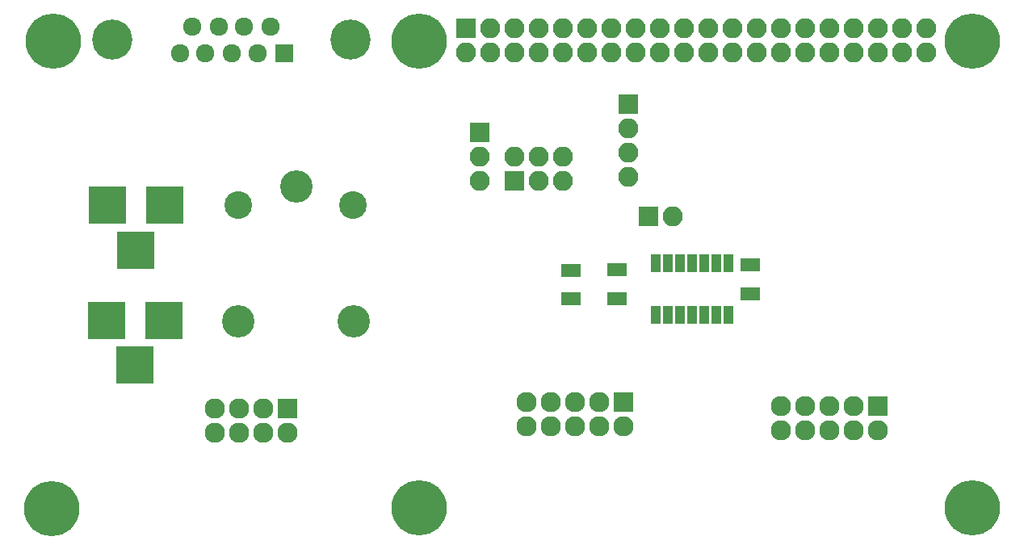
<source format=gbr>
G04 #@! TF.FileFunction,Soldermask,Bot*
%FSLAX46Y46*%
G04 Gerber Fmt 4.6, Leading zero omitted, Abs format (unit mm)*
G04 Created by KiCad (PCBNEW 4.0.7) date 09/04/18 15:15:37*
%MOMM*%
%LPD*%
G01*
G04 APERTURE LIST*
%ADD10C,0.100000*%
%ADD11C,4.210000*%
%ADD12R,1.924000X1.924000*%
%ADD13C,1.924000*%
%ADD14C,2.900000*%
%ADD15C,3.400000*%
%ADD16R,1.000000X1.900000*%
%ADD17R,2.100000X2.100000*%
%ADD18O,2.100000X2.100000*%
%ADD19R,2.127200X2.127200*%
%ADD20O,2.127200X2.127200*%
%ADD21R,3.900000X3.900000*%
%ADD22R,2.000000X1.400000*%
%ADD23C,5.800000*%
G04 APERTURE END LIST*
D10*
D11*
X165735000Y-74676000D03*
X140716000Y-74676000D03*
D12*
X158750000Y-76073000D03*
D13*
X155956000Y-76073000D03*
X153289000Y-76073000D03*
X150495000Y-76073000D03*
X147828000Y-76073000D03*
X157353000Y-73279000D03*
X154559000Y-73279000D03*
X151892000Y-73279000D03*
X149098000Y-73279000D03*
D14*
X153970000Y-91993000D03*
D15*
X153970000Y-104193000D03*
X166020000Y-104243000D03*
D14*
X165970000Y-91993000D03*
D15*
X160020000Y-90043000D03*
D16*
X205333600Y-103525300D03*
X204063600Y-103525300D03*
X202793600Y-103525300D03*
X201523600Y-103525300D03*
X200253600Y-103525300D03*
X198983600Y-103525300D03*
X197713600Y-103525300D03*
X197713600Y-98125300D03*
X198983600Y-98125300D03*
X200253600Y-98125300D03*
X201523600Y-98125300D03*
X202793600Y-98125300D03*
X204063600Y-98125300D03*
X205333600Y-98125300D03*
D17*
X177825400Y-73482200D03*
D18*
X177825400Y-76022200D03*
X180365400Y-73482200D03*
X180365400Y-76022200D03*
X182905400Y-73482200D03*
X182905400Y-76022200D03*
X185445400Y-73482200D03*
X185445400Y-76022200D03*
X187985400Y-73482200D03*
X187985400Y-76022200D03*
X190525400Y-73482200D03*
X190525400Y-76022200D03*
X193065400Y-73482200D03*
X193065400Y-76022200D03*
X195605400Y-73482200D03*
X195605400Y-76022200D03*
X198145400Y-73482200D03*
X198145400Y-76022200D03*
X200685400Y-73482200D03*
X200685400Y-76022200D03*
X203225400Y-73482200D03*
X203225400Y-76022200D03*
X205765400Y-73482200D03*
X205765400Y-76022200D03*
X208305400Y-73482200D03*
X208305400Y-76022200D03*
X210845400Y-73482200D03*
X210845400Y-76022200D03*
X213385400Y-73482200D03*
X213385400Y-76022200D03*
X215925400Y-73482200D03*
X215925400Y-76022200D03*
X218465400Y-73482200D03*
X218465400Y-76022200D03*
X221005400Y-73482200D03*
X221005400Y-76022200D03*
X223545400Y-73482200D03*
X223545400Y-76022200D03*
X226085400Y-73482200D03*
X226085400Y-76022200D03*
D19*
X159105600Y-113385600D03*
D20*
X159105600Y-115925600D03*
X156565600Y-113385600D03*
X156565600Y-115925600D03*
X154025600Y-113385600D03*
X154025600Y-115925600D03*
X151485600Y-113385600D03*
X151485600Y-115925600D03*
D21*
X146151600Y-104114600D03*
X140151600Y-104114600D03*
X143151600Y-108814600D03*
D22*
X188798200Y-98855400D03*
X188798200Y-101855400D03*
X193675000Y-98842700D03*
X193675000Y-101842700D03*
X207645000Y-101322000D03*
X207645000Y-98322000D03*
D17*
X194868800Y-81462880D03*
D18*
X194868800Y-84002880D03*
X194868800Y-86542880D03*
X194868800Y-89082880D03*
D21*
X146202400Y-92049600D03*
X140202400Y-92049600D03*
X143202400Y-96749600D03*
D19*
X194360800Y-112674400D03*
D20*
X194360800Y-115214400D03*
X191820800Y-112674400D03*
X191820800Y-115214400D03*
X189280800Y-112674400D03*
X189280800Y-115214400D03*
X186740800Y-112674400D03*
X186740800Y-115214400D03*
X184200800Y-112674400D03*
X184200800Y-115214400D03*
D19*
X221030800Y-113131600D03*
D20*
X221030800Y-115671600D03*
X218490800Y-113131600D03*
X218490800Y-115671600D03*
X215950800Y-113131600D03*
X215950800Y-115671600D03*
X213410800Y-113131600D03*
X213410800Y-115671600D03*
X210870800Y-113131600D03*
X210870800Y-115671600D03*
D23*
X172923200Y-123799600D03*
X230911400Y-123799600D03*
X134429500Y-123825000D03*
X230911400Y-74803000D03*
X134594600Y-74803000D03*
X172923200Y-74803000D03*
D17*
X196977000Y-93243400D03*
D18*
X199517000Y-93243400D03*
D17*
X179298600Y-84404200D03*
D18*
X179298600Y-86944200D03*
X179298600Y-89484200D03*
D17*
X182905400Y-89458800D03*
D18*
X182905400Y-86918800D03*
X185445400Y-89458800D03*
X185445400Y-86918800D03*
X187985400Y-89458800D03*
X187985400Y-86918800D03*
M02*

</source>
